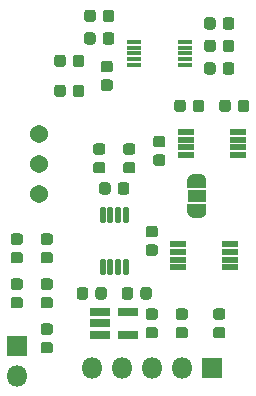
<source format=gbr>
%TF.GenerationSoftware,KiCad,Pcbnew,(5.1.6)-1*%
%TF.CreationDate,2021-05-29T12:16:40-05:00*%
%TF.ProjectId,Sapphire_AnalogMic,53617070-6869-4726-955f-416e616c6f67,rev?*%
%TF.SameCoordinates,Original*%
%TF.FileFunction,Soldermask,Top*%
%TF.FilePolarity,Negative*%
%FSLAX46Y46*%
G04 Gerber Fmt 4.6, Leading zero omitted, Abs format (unit mm)*
G04 Created by KiCad (PCBNEW (5.1.6)-1) date 2021-05-29 12:16:40*
%MOMM*%
%LPD*%
G01*
G04 APERTURE LIST*
%ADD10C,1.540000*%
%ADD11R,1.420800X0.506400*%
%ADD12O,1.800000X1.800000*%
%ADD13R,1.800000X1.800000*%
%ADD14R,1.600000X1.100000*%
%ADD15C,0.100000*%
%ADD16R,1.200000X0.350000*%
%ADD17R,1.674800X0.658800*%
%ADD18O,0.549999X1.450000*%
G04 APERTURE END LIST*
D10*
%TO.C,RV101*%
X113030000Y-117348000D03*
X113030000Y-114808000D03*
X113030000Y-112268000D03*
%TD*%
D11*
%TO.C,U101*%
X124790200Y-123530360D03*
X124790200Y-122880120D03*
X124790200Y-122229880D03*
X124790200Y-121579640D03*
X129209800Y-121579640D03*
X129209800Y-122229880D03*
X129209800Y-122880120D03*
X129209800Y-123530360D03*
%TD*%
%TO.C,C106*%
G36*
G01*
X113383750Y-126030000D02*
X113946250Y-126030000D01*
G75*
G02*
X114190000Y-126273750I0J-243750D01*
G01*
X114190000Y-126761250D01*
G75*
G02*
X113946250Y-127005000I-243750J0D01*
G01*
X113383750Y-127005000D01*
G75*
G02*
X113140000Y-126761250I0J243750D01*
G01*
X113140000Y-126273750D01*
G75*
G02*
X113383750Y-126030000I243750J0D01*
G01*
G37*
G36*
G01*
X113383750Y-124455000D02*
X113946250Y-124455000D01*
G75*
G02*
X114190000Y-124698750I0J-243750D01*
G01*
X114190000Y-125186250D01*
G75*
G02*
X113946250Y-125430000I-243750J0D01*
G01*
X113383750Y-125430000D01*
G75*
G02*
X113140000Y-125186250I0J243750D01*
G01*
X113140000Y-124698750D01*
G75*
G02*
X113383750Y-124455000I243750J0D01*
G01*
G37*
%TD*%
D12*
%TO.C,MK101*%
X111125000Y-132715000D03*
D13*
X111125000Y-130175000D03*
%TD*%
D14*
%TO.C,JP104*%
X126365000Y-117475000D03*
D15*
G36*
X125565602Y-116168889D02*
G01*
X125565602Y-116150466D01*
X125565843Y-116145565D01*
X125570653Y-116096734D01*
X125571373Y-116091881D01*
X125580945Y-116043756D01*
X125582137Y-116038995D01*
X125596381Y-115992040D01*
X125598034Y-115987421D01*
X125616811Y-115942088D01*
X125618909Y-115937651D01*
X125642040Y-115894378D01*
X125644562Y-115890171D01*
X125671822Y-115849372D01*
X125674746Y-115845430D01*
X125705874Y-115807501D01*
X125709169Y-115803866D01*
X125743866Y-115769169D01*
X125747501Y-115765874D01*
X125785430Y-115734746D01*
X125789372Y-115731822D01*
X125830171Y-115704562D01*
X125834378Y-115702040D01*
X125877651Y-115678909D01*
X125882088Y-115676811D01*
X125927421Y-115658034D01*
X125932040Y-115656381D01*
X125978995Y-115642137D01*
X125983756Y-115640945D01*
X126031881Y-115631373D01*
X126036734Y-115630653D01*
X126085565Y-115625843D01*
X126090466Y-115625602D01*
X126108889Y-115625602D01*
X126115000Y-115625000D01*
X126615000Y-115625000D01*
X126621111Y-115625602D01*
X126639534Y-115625602D01*
X126644435Y-115625843D01*
X126693266Y-115630653D01*
X126698119Y-115631373D01*
X126746244Y-115640945D01*
X126751005Y-115642137D01*
X126797960Y-115656381D01*
X126802579Y-115658034D01*
X126847912Y-115676811D01*
X126852349Y-115678909D01*
X126895622Y-115702040D01*
X126899829Y-115704562D01*
X126940628Y-115731822D01*
X126944570Y-115734746D01*
X126982499Y-115765874D01*
X126986134Y-115769169D01*
X127020831Y-115803866D01*
X127024126Y-115807501D01*
X127055254Y-115845430D01*
X127058178Y-115849372D01*
X127085438Y-115890171D01*
X127087960Y-115894378D01*
X127111091Y-115937651D01*
X127113189Y-115942088D01*
X127131966Y-115987421D01*
X127133619Y-115992040D01*
X127147863Y-116038995D01*
X127149055Y-116043756D01*
X127158627Y-116091881D01*
X127159347Y-116096734D01*
X127164157Y-116145565D01*
X127164398Y-116150466D01*
X127164398Y-116168889D01*
X127165000Y-116175000D01*
X127165000Y-116725000D01*
X127164039Y-116734755D01*
X127161194Y-116744134D01*
X127156573Y-116752779D01*
X127150355Y-116760355D01*
X127142779Y-116766573D01*
X127134134Y-116771194D01*
X127124755Y-116774039D01*
X127115000Y-116775000D01*
X125615000Y-116775000D01*
X125605245Y-116774039D01*
X125595866Y-116771194D01*
X125587221Y-116766573D01*
X125579645Y-116760355D01*
X125573427Y-116752779D01*
X125568806Y-116744134D01*
X125565961Y-116734755D01*
X125565000Y-116725000D01*
X125565000Y-116175000D01*
X125565602Y-116168889D01*
G37*
G36*
X125565961Y-118215245D02*
G01*
X125568806Y-118205866D01*
X125573427Y-118197221D01*
X125579645Y-118189645D01*
X125587221Y-118183427D01*
X125595866Y-118178806D01*
X125605245Y-118175961D01*
X125615000Y-118175000D01*
X127115000Y-118175000D01*
X127124755Y-118175961D01*
X127134134Y-118178806D01*
X127142779Y-118183427D01*
X127150355Y-118189645D01*
X127156573Y-118197221D01*
X127161194Y-118205866D01*
X127164039Y-118215245D01*
X127165000Y-118225000D01*
X127165000Y-118775000D01*
X127164398Y-118781111D01*
X127164398Y-118799534D01*
X127164157Y-118804435D01*
X127159347Y-118853266D01*
X127158627Y-118858119D01*
X127149055Y-118906244D01*
X127147863Y-118911005D01*
X127133619Y-118957960D01*
X127131966Y-118962579D01*
X127113189Y-119007912D01*
X127111091Y-119012349D01*
X127087960Y-119055622D01*
X127085438Y-119059829D01*
X127058178Y-119100628D01*
X127055254Y-119104570D01*
X127024126Y-119142499D01*
X127020831Y-119146134D01*
X126986134Y-119180831D01*
X126982499Y-119184126D01*
X126944570Y-119215254D01*
X126940628Y-119218178D01*
X126899829Y-119245438D01*
X126895622Y-119247960D01*
X126852349Y-119271091D01*
X126847912Y-119273189D01*
X126802579Y-119291966D01*
X126797960Y-119293619D01*
X126751005Y-119307863D01*
X126746244Y-119309055D01*
X126698119Y-119318627D01*
X126693266Y-119319347D01*
X126644435Y-119324157D01*
X126639534Y-119324398D01*
X126621111Y-119324398D01*
X126615000Y-119325000D01*
X126115000Y-119325000D01*
X126108889Y-119324398D01*
X126090466Y-119324398D01*
X126085565Y-119324157D01*
X126036734Y-119319347D01*
X126031881Y-119318627D01*
X125983756Y-119309055D01*
X125978995Y-119307863D01*
X125932040Y-119293619D01*
X125927421Y-119291966D01*
X125882088Y-119273189D01*
X125877651Y-119271091D01*
X125834378Y-119247960D01*
X125830171Y-119245438D01*
X125789372Y-119218178D01*
X125785430Y-119215254D01*
X125747501Y-119184126D01*
X125743866Y-119180831D01*
X125709169Y-119146134D01*
X125705874Y-119142499D01*
X125674746Y-119104570D01*
X125671822Y-119100628D01*
X125644562Y-119059829D01*
X125642040Y-119055622D01*
X125618909Y-119012349D01*
X125616811Y-119007912D01*
X125598034Y-118962579D01*
X125596381Y-118957960D01*
X125582137Y-118911005D01*
X125580945Y-118906244D01*
X125571373Y-118858119D01*
X125570653Y-118853266D01*
X125565843Y-118804435D01*
X125565602Y-118799534D01*
X125565602Y-118781111D01*
X125565000Y-118775000D01*
X125565000Y-118225000D01*
X125565961Y-118215245D01*
G37*
%TD*%
%TO.C,R115*%
G36*
G01*
X127970000Y-104493750D02*
X127970000Y-105056250D01*
G75*
G02*
X127726250Y-105300000I-243750J0D01*
G01*
X127238750Y-105300000D01*
G75*
G02*
X126995000Y-105056250I0J243750D01*
G01*
X126995000Y-104493750D01*
G75*
G02*
X127238750Y-104250000I243750J0D01*
G01*
X127726250Y-104250000D01*
G75*
G02*
X127970000Y-104493750I0J-243750D01*
G01*
G37*
G36*
G01*
X129545000Y-104493750D02*
X129545000Y-105056250D01*
G75*
G02*
X129301250Y-105300000I-243750J0D01*
G01*
X128813750Y-105300000D01*
G75*
G02*
X128570000Y-105056250I0J243750D01*
G01*
X128570000Y-104493750D01*
G75*
G02*
X128813750Y-104250000I243750J0D01*
G01*
X129301250Y-104250000D01*
G75*
G02*
X129545000Y-104493750I0J-243750D01*
G01*
G37*
%TD*%
%TO.C,R114*%
G36*
G01*
X127970000Y-102588750D02*
X127970000Y-103151250D01*
G75*
G02*
X127726250Y-103395000I-243750J0D01*
G01*
X127238750Y-103395000D01*
G75*
G02*
X126995000Y-103151250I0J243750D01*
G01*
X126995000Y-102588750D01*
G75*
G02*
X127238750Y-102345000I243750J0D01*
G01*
X127726250Y-102345000D01*
G75*
G02*
X127970000Y-102588750I0J-243750D01*
G01*
G37*
G36*
G01*
X129545000Y-102588750D02*
X129545000Y-103151250D01*
G75*
G02*
X129301250Y-103395000I-243750J0D01*
G01*
X128813750Y-103395000D01*
G75*
G02*
X128570000Y-103151250I0J243750D01*
G01*
X128570000Y-102588750D01*
G75*
G02*
X128813750Y-102345000I243750J0D01*
G01*
X129301250Y-102345000D01*
G75*
G02*
X129545000Y-102588750I0J-243750D01*
G01*
G37*
%TD*%
%TO.C,R113*%
G36*
G01*
X118410000Y-102516250D02*
X118410000Y-101953750D01*
G75*
G02*
X118653750Y-101710000I243750J0D01*
G01*
X119141250Y-101710000D01*
G75*
G02*
X119385000Y-101953750I0J-243750D01*
G01*
X119385000Y-102516250D01*
G75*
G02*
X119141250Y-102760000I-243750J0D01*
G01*
X118653750Y-102760000D01*
G75*
G02*
X118410000Y-102516250I0J243750D01*
G01*
G37*
G36*
G01*
X116835000Y-102516250D02*
X116835000Y-101953750D01*
G75*
G02*
X117078750Y-101710000I243750J0D01*
G01*
X117566250Y-101710000D01*
G75*
G02*
X117810000Y-101953750I0J-243750D01*
G01*
X117810000Y-102516250D01*
G75*
G02*
X117566250Y-102760000I-243750J0D01*
G01*
X117078750Y-102760000D01*
G75*
G02*
X116835000Y-102516250I0J243750D01*
G01*
G37*
%TD*%
%TO.C,R112*%
G36*
G01*
X117810000Y-103858750D02*
X117810000Y-104421250D01*
G75*
G02*
X117566250Y-104665000I-243750J0D01*
G01*
X117078750Y-104665000D01*
G75*
G02*
X116835000Y-104421250I0J243750D01*
G01*
X116835000Y-103858750D01*
G75*
G02*
X117078750Y-103615000I243750J0D01*
G01*
X117566250Y-103615000D01*
G75*
G02*
X117810000Y-103858750I0J-243750D01*
G01*
G37*
G36*
G01*
X119385000Y-103858750D02*
X119385000Y-104421250D01*
G75*
G02*
X119141250Y-104665000I-243750J0D01*
G01*
X118653750Y-104665000D01*
G75*
G02*
X118410000Y-104421250I0J243750D01*
G01*
X118410000Y-103858750D01*
G75*
G02*
X118653750Y-103615000I243750J0D01*
G01*
X119141250Y-103615000D01*
G75*
G02*
X119385000Y-103858750I0J-243750D01*
G01*
G37*
%TD*%
%TO.C,R110*%
G36*
G01*
X115270000Y-108303750D02*
X115270000Y-108866250D01*
G75*
G02*
X115026250Y-109110000I-243750J0D01*
G01*
X114538750Y-109110000D01*
G75*
G02*
X114295000Y-108866250I0J243750D01*
G01*
X114295000Y-108303750D01*
G75*
G02*
X114538750Y-108060000I243750J0D01*
G01*
X115026250Y-108060000D01*
G75*
G02*
X115270000Y-108303750I0J-243750D01*
G01*
G37*
G36*
G01*
X116845000Y-108303750D02*
X116845000Y-108866250D01*
G75*
G02*
X116601250Y-109110000I-243750J0D01*
G01*
X116113750Y-109110000D01*
G75*
G02*
X115870000Y-108866250I0J243750D01*
G01*
X115870000Y-108303750D01*
G75*
G02*
X116113750Y-108060000I243750J0D01*
G01*
X116601250Y-108060000D01*
G75*
G02*
X116845000Y-108303750I0J-243750D01*
G01*
G37*
%TD*%
%TO.C,R109*%
G36*
G01*
X115270000Y-105763750D02*
X115270000Y-106326250D01*
G75*
G02*
X115026250Y-106570000I-243750J0D01*
G01*
X114538750Y-106570000D01*
G75*
G02*
X114295000Y-106326250I0J243750D01*
G01*
X114295000Y-105763750D01*
G75*
G02*
X114538750Y-105520000I243750J0D01*
G01*
X115026250Y-105520000D01*
G75*
G02*
X115270000Y-105763750I0J-243750D01*
G01*
G37*
G36*
G01*
X116845000Y-105763750D02*
X116845000Y-106326250D01*
G75*
G02*
X116601250Y-106570000I-243750J0D01*
G01*
X116113750Y-106570000D01*
G75*
G02*
X115870000Y-106326250I0J243750D01*
G01*
X115870000Y-105763750D01*
G75*
G02*
X116113750Y-105520000I243750J0D01*
G01*
X116601250Y-105520000D01*
G75*
G02*
X116845000Y-105763750I0J-243750D01*
G01*
G37*
%TD*%
%TO.C,R108*%
G36*
G01*
X113383750Y-122220000D02*
X113946250Y-122220000D01*
G75*
G02*
X114190000Y-122463750I0J-243750D01*
G01*
X114190000Y-122951250D01*
G75*
G02*
X113946250Y-123195000I-243750J0D01*
G01*
X113383750Y-123195000D01*
G75*
G02*
X113140000Y-122951250I0J243750D01*
G01*
X113140000Y-122463750D01*
G75*
G02*
X113383750Y-122220000I243750J0D01*
G01*
G37*
G36*
G01*
X113383750Y-120645000D02*
X113946250Y-120645000D01*
G75*
G02*
X114190000Y-120888750I0J-243750D01*
G01*
X114190000Y-121376250D01*
G75*
G02*
X113946250Y-121620000I-243750J0D01*
G01*
X113383750Y-121620000D01*
G75*
G02*
X113140000Y-121376250I0J243750D01*
G01*
X113140000Y-120888750D01*
G75*
G02*
X113383750Y-120645000I243750J0D01*
G01*
G37*
%TD*%
%TO.C,R107*%
G36*
G01*
X111406250Y-125430000D02*
X110843750Y-125430000D01*
G75*
G02*
X110600000Y-125186250I0J243750D01*
G01*
X110600000Y-124698750D01*
G75*
G02*
X110843750Y-124455000I243750J0D01*
G01*
X111406250Y-124455000D01*
G75*
G02*
X111650000Y-124698750I0J-243750D01*
G01*
X111650000Y-125186250D01*
G75*
G02*
X111406250Y-125430000I-243750J0D01*
G01*
G37*
G36*
G01*
X111406250Y-127005000D02*
X110843750Y-127005000D01*
G75*
G02*
X110600000Y-126761250I0J243750D01*
G01*
X110600000Y-126273750D01*
G75*
G02*
X110843750Y-126030000I243750J0D01*
G01*
X111406250Y-126030000D01*
G75*
G02*
X111650000Y-126273750I0J-243750D01*
G01*
X111650000Y-126761250D01*
G75*
G02*
X111406250Y-127005000I-243750J0D01*
G01*
G37*
%TD*%
%TO.C,R106*%
G36*
G01*
X111406250Y-121620000D02*
X110843750Y-121620000D01*
G75*
G02*
X110600000Y-121376250I0J243750D01*
G01*
X110600000Y-120888750D01*
G75*
G02*
X110843750Y-120645000I243750J0D01*
G01*
X111406250Y-120645000D01*
G75*
G02*
X111650000Y-120888750I0J-243750D01*
G01*
X111650000Y-121376250D01*
G75*
G02*
X111406250Y-121620000I-243750J0D01*
G01*
G37*
G36*
G01*
X111406250Y-123195000D02*
X110843750Y-123195000D01*
G75*
G02*
X110600000Y-122951250I0J243750D01*
G01*
X110600000Y-122463750D01*
G75*
G02*
X110843750Y-122220000I243750J0D01*
G01*
X111406250Y-122220000D01*
G75*
G02*
X111650000Y-122463750I0J-243750D01*
G01*
X111650000Y-122951250D01*
G75*
G02*
X111406250Y-123195000I-243750J0D01*
G01*
G37*
%TD*%
%TO.C,R105*%
G36*
G01*
X113383750Y-129840000D02*
X113946250Y-129840000D01*
G75*
G02*
X114190000Y-130083750I0J-243750D01*
G01*
X114190000Y-130571250D01*
G75*
G02*
X113946250Y-130815000I-243750J0D01*
G01*
X113383750Y-130815000D01*
G75*
G02*
X113140000Y-130571250I0J243750D01*
G01*
X113140000Y-130083750D01*
G75*
G02*
X113383750Y-129840000I243750J0D01*
G01*
G37*
G36*
G01*
X113383750Y-128265000D02*
X113946250Y-128265000D01*
G75*
G02*
X114190000Y-128508750I0J-243750D01*
G01*
X114190000Y-128996250D01*
G75*
G02*
X113946250Y-129240000I-243750J0D01*
G01*
X113383750Y-129240000D01*
G75*
G02*
X113140000Y-128996250I0J243750D01*
G01*
X113140000Y-128508750D01*
G75*
G02*
X113383750Y-128265000I243750J0D01*
G01*
G37*
%TD*%
%TO.C,R103*%
G36*
G01*
X122836250Y-120985000D02*
X122273750Y-120985000D01*
G75*
G02*
X122030000Y-120741250I0J243750D01*
G01*
X122030000Y-120253750D01*
G75*
G02*
X122273750Y-120010000I243750J0D01*
G01*
X122836250Y-120010000D01*
G75*
G02*
X123080000Y-120253750I0J-243750D01*
G01*
X123080000Y-120741250D01*
G75*
G02*
X122836250Y-120985000I-243750J0D01*
G01*
G37*
G36*
G01*
X122836250Y-122560000D02*
X122273750Y-122560000D01*
G75*
G02*
X122030000Y-122316250I0J243750D01*
G01*
X122030000Y-121828750D01*
G75*
G02*
X122273750Y-121585000I243750J0D01*
G01*
X122836250Y-121585000D01*
G75*
G02*
X123080000Y-121828750I0J-243750D01*
G01*
X123080000Y-122316250D01*
G75*
G02*
X122836250Y-122560000I-243750J0D01*
G01*
G37*
%TD*%
%TO.C,R102*%
G36*
G01*
X120931250Y-114000000D02*
X120368750Y-114000000D01*
G75*
G02*
X120125000Y-113756250I0J243750D01*
G01*
X120125000Y-113268750D01*
G75*
G02*
X120368750Y-113025000I243750J0D01*
G01*
X120931250Y-113025000D01*
G75*
G02*
X121175000Y-113268750I0J-243750D01*
G01*
X121175000Y-113756250D01*
G75*
G02*
X120931250Y-114000000I-243750J0D01*
G01*
G37*
G36*
G01*
X120931250Y-115575000D02*
X120368750Y-115575000D01*
G75*
G02*
X120125000Y-115331250I0J243750D01*
G01*
X120125000Y-114843750D01*
G75*
G02*
X120368750Y-114600000I243750J0D01*
G01*
X120931250Y-114600000D01*
G75*
G02*
X121175000Y-114843750I0J-243750D01*
G01*
X121175000Y-115331250D01*
G75*
G02*
X120931250Y-115575000I-243750J0D01*
G01*
G37*
%TD*%
%TO.C,R101*%
G36*
G01*
X118391250Y-114000000D02*
X117828750Y-114000000D01*
G75*
G02*
X117585000Y-113756250I0J243750D01*
G01*
X117585000Y-113268750D01*
G75*
G02*
X117828750Y-113025000I243750J0D01*
G01*
X118391250Y-113025000D01*
G75*
G02*
X118635000Y-113268750I0J-243750D01*
G01*
X118635000Y-113756250D01*
G75*
G02*
X118391250Y-114000000I-243750J0D01*
G01*
G37*
G36*
G01*
X118391250Y-115575000D02*
X117828750Y-115575000D01*
G75*
G02*
X117585000Y-115331250I0J243750D01*
G01*
X117585000Y-114843750D01*
G75*
G02*
X117828750Y-114600000I243750J0D01*
G01*
X118391250Y-114600000D01*
G75*
G02*
X118635000Y-114843750I0J-243750D01*
G01*
X118635000Y-115331250D01*
G75*
G02*
X118391250Y-115575000I-243750J0D01*
G01*
G37*
%TD*%
%TO.C,FB102*%
G36*
G01*
X124813750Y-128570000D02*
X125376250Y-128570000D01*
G75*
G02*
X125620000Y-128813750I0J-243750D01*
G01*
X125620000Y-129301250D01*
G75*
G02*
X125376250Y-129545000I-243750J0D01*
G01*
X124813750Y-129545000D01*
G75*
G02*
X124570000Y-129301250I0J243750D01*
G01*
X124570000Y-128813750D01*
G75*
G02*
X124813750Y-128570000I243750J0D01*
G01*
G37*
G36*
G01*
X124813750Y-126995000D02*
X125376250Y-126995000D01*
G75*
G02*
X125620000Y-127238750I0J-243750D01*
G01*
X125620000Y-127726250D01*
G75*
G02*
X125376250Y-127970000I-243750J0D01*
G01*
X124813750Y-127970000D01*
G75*
G02*
X124570000Y-127726250I0J243750D01*
G01*
X124570000Y-127238750D01*
G75*
G02*
X124813750Y-126995000I243750J0D01*
G01*
G37*
%TD*%
%TO.C,FB101*%
G36*
G01*
X127988750Y-128570000D02*
X128551250Y-128570000D01*
G75*
G02*
X128795000Y-128813750I0J-243750D01*
G01*
X128795000Y-129301250D01*
G75*
G02*
X128551250Y-129545000I-243750J0D01*
G01*
X127988750Y-129545000D01*
G75*
G02*
X127745000Y-129301250I0J243750D01*
G01*
X127745000Y-128813750D01*
G75*
G02*
X127988750Y-128570000I243750J0D01*
G01*
G37*
G36*
G01*
X127988750Y-126995000D02*
X128551250Y-126995000D01*
G75*
G02*
X128795000Y-127238750I0J-243750D01*
G01*
X128795000Y-127726250D01*
G75*
G02*
X128551250Y-127970000I-243750J0D01*
G01*
X127988750Y-127970000D01*
G75*
G02*
X127745000Y-127726250I0J243750D01*
G01*
X127745000Y-127238750D01*
G75*
G02*
X127988750Y-126995000I243750J0D01*
G01*
G37*
%TD*%
%TO.C,C111*%
G36*
G01*
X126030000Y-110136250D02*
X126030000Y-109573750D01*
G75*
G02*
X126273750Y-109330000I243750J0D01*
G01*
X126761250Y-109330000D01*
G75*
G02*
X127005000Y-109573750I0J-243750D01*
G01*
X127005000Y-110136250D01*
G75*
G02*
X126761250Y-110380000I-243750J0D01*
G01*
X126273750Y-110380000D01*
G75*
G02*
X126030000Y-110136250I0J243750D01*
G01*
G37*
G36*
G01*
X124455000Y-110136250D02*
X124455000Y-109573750D01*
G75*
G02*
X124698750Y-109330000I243750J0D01*
G01*
X125186250Y-109330000D01*
G75*
G02*
X125430000Y-109573750I0J-243750D01*
G01*
X125430000Y-110136250D01*
G75*
G02*
X125186250Y-110380000I-243750J0D01*
G01*
X124698750Y-110380000D01*
G75*
G02*
X124455000Y-110136250I0J243750D01*
G01*
G37*
%TD*%
%TO.C,C109*%
G36*
G01*
X128570000Y-106961250D02*
X128570000Y-106398750D01*
G75*
G02*
X128813750Y-106155000I243750J0D01*
G01*
X129301250Y-106155000D01*
G75*
G02*
X129545000Y-106398750I0J-243750D01*
G01*
X129545000Y-106961250D01*
G75*
G02*
X129301250Y-107205000I-243750J0D01*
G01*
X128813750Y-107205000D01*
G75*
G02*
X128570000Y-106961250I0J243750D01*
G01*
G37*
G36*
G01*
X126995000Y-106961250D02*
X126995000Y-106398750D01*
G75*
G02*
X127238750Y-106155000I243750J0D01*
G01*
X127726250Y-106155000D01*
G75*
G02*
X127970000Y-106398750I0J-243750D01*
G01*
X127970000Y-106961250D01*
G75*
G02*
X127726250Y-107205000I-243750J0D01*
G01*
X127238750Y-107205000D01*
G75*
G02*
X126995000Y-106961250I0J243750D01*
G01*
G37*
%TD*%
%TO.C,C108*%
G36*
G01*
X129240000Y-109573750D02*
X129240000Y-110136250D01*
G75*
G02*
X128996250Y-110380000I-243750J0D01*
G01*
X128508750Y-110380000D01*
G75*
G02*
X128265000Y-110136250I0J243750D01*
G01*
X128265000Y-109573750D01*
G75*
G02*
X128508750Y-109330000I243750J0D01*
G01*
X128996250Y-109330000D01*
G75*
G02*
X129240000Y-109573750I0J-243750D01*
G01*
G37*
G36*
G01*
X130815000Y-109573750D02*
X130815000Y-110136250D01*
G75*
G02*
X130571250Y-110380000I-243750J0D01*
G01*
X130083750Y-110380000D01*
G75*
G02*
X129840000Y-110136250I0J243750D01*
G01*
X129840000Y-109573750D01*
G75*
G02*
X130083750Y-109330000I243750J0D01*
G01*
X130571250Y-109330000D01*
G75*
G02*
X130815000Y-109573750I0J-243750D01*
G01*
G37*
%TD*%
%TO.C,C107*%
G36*
G01*
X118463750Y-107615000D02*
X119026250Y-107615000D01*
G75*
G02*
X119270000Y-107858750I0J-243750D01*
G01*
X119270000Y-108346250D01*
G75*
G02*
X119026250Y-108590000I-243750J0D01*
G01*
X118463750Y-108590000D01*
G75*
G02*
X118220000Y-108346250I0J243750D01*
G01*
X118220000Y-107858750D01*
G75*
G02*
X118463750Y-107615000I243750J0D01*
G01*
G37*
G36*
G01*
X118463750Y-106040000D02*
X119026250Y-106040000D01*
G75*
G02*
X119270000Y-106283750I0J-243750D01*
G01*
X119270000Y-106771250D01*
G75*
G02*
X119026250Y-107015000I-243750J0D01*
G01*
X118463750Y-107015000D01*
G75*
G02*
X118220000Y-106771250I0J243750D01*
G01*
X118220000Y-106283750D01*
G75*
G02*
X118463750Y-106040000I243750J0D01*
G01*
G37*
%TD*%
%TO.C,C105*%
G36*
G01*
X123471250Y-113365000D02*
X122908750Y-113365000D01*
G75*
G02*
X122665000Y-113121250I0J243750D01*
G01*
X122665000Y-112633750D01*
G75*
G02*
X122908750Y-112390000I243750J0D01*
G01*
X123471250Y-112390000D01*
G75*
G02*
X123715000Y-112633750I0J-243750D01*
G01*
X123715000Y-113121250D01*
G75*
G02*
X123471250Y-113365000I-243750J0D01*
G01*
G37*
G36*
G01*
X123471250Y-114940000D02*
X122908750Y-114940000D01*
G75*
G02*
X122665000Y-114696250I0J243750D01*
G01*
X122665000Y-114208750D01*
G75*
G02*
X122908750Y-113965000I243750J0D01*
G01*
X123471250Y-113965000D01*
G75*
G02*
X123715000Y-114208750I0J-243750D01*
G01*
X123715000Y-114696250D01*
G75*
G02*
X123471250Y-114940000I-243750J0D01*
G01*
G37*
%TD*%
%TO.C,C104*%
G36*
G01*
X117775000Y-126011250D02*
X117775000Y-125448750D01*
G75*
G02*
X118018750Y-125205000I243750J0D01*
G01*
X118506250Y-125205000D01*
G75*
G02*
X118750000Y-125448750I0J-243750D01*
G01*
X118750000Y-126011250D01*
G75*
G02*
X118506250Y-126255000I-243750J0D01*
G01*
X118018750Y-126255000D01*
G75*
G02*
X117775000Y-126011250I0J243750D01*
G01*
G37*
G36*
G01*
X116200000Y-126011250D02*
X116200000Y-125448750D01*
G75*
G02*
X116443750Y-125205000I243750J0D01*
G01*
X116931250Y-125205000D01*
G75*
G02*
X117175000Y-125448750I0J-243750D01*
G01*
X117175000Y-126011250D01*
G75*
G02*
X116931250Y-126255000I-243750J0D01*
G01*
X116443750Y-126255000D01*
G75*
G02*
X116200000Y-126011250I0J243750D01*
G01*
G37*
%TD*%
%TO.C,C103*%
G36*
G01*
X121585000Y-126011250D02*
X121585000Y-125448750D01*
G75*
G02*
X121828750Y-125205000I243750J0D01*
G01*
X122316250Y-125205000D01*
G75*
G02*
X122560000Y-125448750I0J-243750D01*
G01*
X122560000Y-126011250D01*
G75*
G02*
X122316250Y-126255000I-243750J0D01*
G01*
X121828750Y-126255000D01*
G75*
G02*
X121585000Y-126011250I0J243750D01*
G01*
G37*
G36*
G01*
X120010000Y-126011250D02*
X120010000Y-125448750D01*
G75*
G02*
X120253750Y-125205000I243750J0D01*
G01*
X120741250Y-125205000D01*
G75*
G02*
X120985000Y-125448750I0J-243750D01*
G01*
X120985000Y-126011250D01*
G75*
G02*
X120741250Y-126255000I-243750J0D01*
G01*
X120253750Y-126255000D01*
G75*
G02*
X120010000Y-126011250I0J243750D01*
G01*
G37*
%TD*%
%TO.C,C102*%
G36*
G01*
X122836250Y-127970000D02*
X122273750Y-127970000D01*
G75*
G02*
X122030000Y-127726250I0J243750D01*
G01*
X122030000Y-127238750D01*
G75*
G02*
X122273750Y-126995000I243750J0D01*
G01*
X122836250Y-126995000D01*
G75*
G02*
X123080000Y-127238750I0J-243750D01*
G01*
X123080000Y-127726250D01*
G75*
G02*
X122836250Y-127970000I-243750J0D01*
G01*
G37*
G36*
G01*
X122836250Y-129545000D02*
X122273750Y-129545000D01*
G75*
G02*
X122030000Y-129301250I0J243750D01*
G01*
X122030000Y-128813750D01*
G75*
G02*
X122273750Y-128570000I243750J0D01*
G01*
X122836250Y-128570000D01*
G75*
G02*
X123080000Y-128813750I0J-243750D01*
G01*
X123080000Y-129301250D01*
G75*
G02*
X122836250Y-129545000I-243750J0D01*
G01*
G37*
%TD*%
%TO.C,C101*%
G36*
G01*
X119680000Y-117121250D02*
X119680000Y-116558750D01*
G75*
G02*
X119923750Y-116315000I243750J0D01*
G01*
X120411250Y-116315000D01*
G75*
G02*
X120655000Y-116558750I0J-243750D01*
G01*
X120655000Y-117121250D01*
G75*
G02*
X120411250Y-117365000I-243750J0D01*
G01*
X119923750Y-117365000D01*
G75*
G02*
X119680000Y-117121250I0J243750D01*
G01*
G37*
G36*
G01*
X118105000Y-117121250D02*
X118105000Y-116558750D01*
G75*
G02*
X118348750Y-116315000I243750J0D01*
G01*
X118836250Y-116315000D01*
G75*
G02*
X119080000Y-116558750I0J-243750D01*
G01*
X119080000Y-117121250D01*
G75*
G02*
X118836250Y-117365000I-243750J0D01*
G01*
X118348750Y-117365000D01*
G75*
G02*
X118105000Y-117121250I0J243750D01*
G01*
G37*
%TD*%
D12*
%TO.C,J101*%
X117475000Y-132080000D03*
X120015000Y-132080000D03*
X122555000Y-132080000D03*
X125095000Y-132080000D03*
D13*
X127635000Y-132080000D03*
%TD*%
D16*
%TO.C,U105*%
X125340000Y-104410000D03*
X125340000Y-104910000D03*
X125340000Y-105410000D03*
X125340000Y-105910000D03*
X125340000Y-106410000D03*
X121040000Y-106410000D03*
X121040000Y-105910000D03*
X121040000Y-105410000D03*
X121040000Y-104910000D03*
X121040000Y-104410000D03*
%TD*%
D11*
%TO.C,U104*%
X129844800Y-112054640D03*
X129844800Y-112704880D03*
X129844800Y-113355120D03*
X129844800Y-114005360D03*
X125425200Y-114005360D03*
X125425200Y-113355120D03*
X125425200Y-112704880D03*
X125425200Y-112054640D03*
%TD*%
D17*
%TO.C,U103*%
X120548400Y-127319999D03*
X120548400Y-129220001D03*
X118211600Y-129220001D03*
X118211600Y-128270000D03*
X118211600Y-127319999D03*
%TD*%
D18*
%TO.C,U102*%
X120354999Y-123510002D03*
X119704998Y-123510002D03*
X119054999Y-123510002D03*
X118404998Y-123510002D03*
X118404998Y-119060001D03*
X119054999Y-119060001D03*
X119704998Y-119060001D03*
X120354999Y-119060001D03*
%TD*%
M02*

</source>
